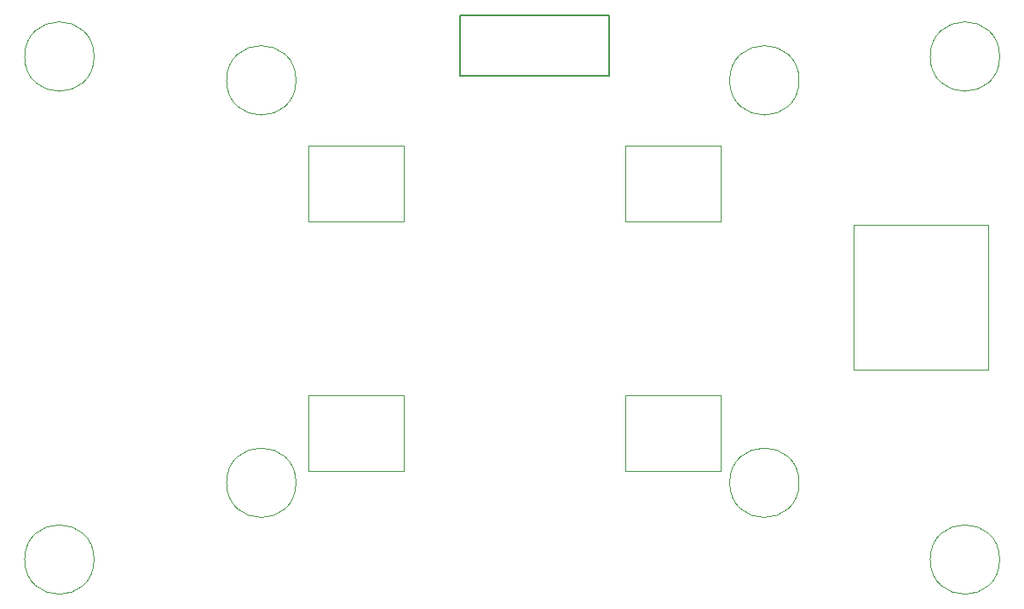
<source format=gbr>
%TF.GenerationSoftware,KiCad,Pcbnew,8.0.6*%
%TF.CreationDate,2025-07-22T18:05:31-04:00*%
%TF.ProjectId,receiver,72656365-6976-4657-922e-6b696361645f,rev?*%
%TF.SameCoordinates,Original*%
%TF.FileFunction,Other,User*%
%FSLAX46Y46*%
G04 Gerber Fmt 4.6, Leading zero omitted, Abs format (unit mm)*
G04 Created by KiCad (PCBNEW 8.0.6) date 2025-07-22 18:05:31*
%MOMM*%
%LPD*%
G01*
G04 APERTURE LIST*
%ADD10C,0.050000*%
%ADD11C,0.152400*%
G04 APERTURE END LIST*
D10*
%TO.C,SW2*%
X166285227Y-134597935D02*
X166535227Y-134597935D01*
X166285227Y-134847935D02*
X166285227Y-134597935D01*
X166285227Y-141847935D02*
X166285227Y-134847935D01*
X166285227Y-141847935D02*
X166285227Y-142097935D01*
X166285227Y-142097935D02*
X166535227Y-142097935D01*
X166535227Y-134597935D02*
X175535227Y-134597935D01*
X175535227Y-134597935D02*
X175785227Y-134597935D01*
X175535227Y-142097935D02*
X166535227Y-142097935D01*
X175535227Y-142097935D02*
X175785227Y-142097935D01*
X175785227Y-134597935D02*
X175785227Y-134847935D01*
X175785227Y-134847935D02*
X175785227Y-141847935D01*
X175785227Y-142097935D02*
X175785227Y-141847935D01*
%TO.C,HOLES2*%
X133543609Y-103260373D02*
G75*
G02*
X126643609Y-103260373I-3450000J0D01*
G01*
X126643609Y-103260373D02*
G75*
G02*
X133543609Y-103260373I3450000J0D01*
G01*
X133543609Y-143260373D02*
G75*
G02*
X126643609Y-143260373I-3450000J0D01*
G01*
X126643609Y-143260373D02*
G75*
G02*
X133543609Y-143260373I3450000J0D01*
G01*
X183543609Y-103260373D02*
G75*
G02*
X176643609Y-103260373I-3450000J0D01*
G01*
X176643609Y-103260373D02*
G75*
G02*
X183543609Y-103260373I3450000J0D01*
G01*
X183543609Y-143260373D02*
G75*
G02*
X176643609Y-143260373I-3450000J0D01*
G01*
X176643609Y-143260373D02*
G75*
G02*
X183543609Y-143260373I3450000J0D01*
G01*
%TO.C,SW4*%
X134778737Y-109786784D02*
X135028737Y-109786784D01*
X134778737Y-110036784D02*
X134778737Y-109786784D01*
X134778737Y-117036784D02*
X134778737Y-110036784D01*
X134778737Y-117036784D02*
X134778737Y-117286784D01*
X134778737Y-117286784D02*
X135028737Y-117286784D01*
X135028737Y-109786784D02*
X144028737Y-109786784D01*
X144028737Y-109786784D02*
X144278737Y-109786784D01*
X144028737Y-117286784D02*
X135028737Y-117286784D01*
X144028737Y-117286784D02*
X144278737Y-117286784D01*
X144278737Y-109786784D02*
X144278737Y-110036784D01*
X144278737Y-110036784D02*
X144278737Y-117036784D01*
X144278737Y-117286784D02*
X144278737Y-117036784D01*
%TO.C,HOLES3*%
X113475189Y-100893649D02*
G75*
G02*
X106575189Y-100893649I-3450000J0D01*
G01*
X106575189Y-100893649D02*
G75*
G02*
X113475189Y-100893649I3450000J0D01*
G01*
X113475189Y-150893649D02*
G75*
G02*
X106575189Y-150893649I-3450000J0D01*
G01*
X106575189Y-150893649D02*
G75*
G02*
X113475189Y-150893649I3450000J0D01*
G01*
X203475189Y-100893649D02*
G75*
G02*
X196575189Y-100893649I-3450000J0D01*
G01*
X196575189Y-100893649D02*
G75*
G02*
X203475189Y-100893649I3450000J0D01*
G01*
X203475189Y-150893649D02*
G75*
G02*
X196575189Y-150893649I-3450000J0D01*
G01*
X196575189Y-150893649D02*
G75*
G02*
X203475189Y-150893649I3450000J0D01*
G01*
%TO.C,SW1*%
X166285227Y-109786784D02*
X166535227Y-109786784D01*
X166285227Y-110036784D02*
X166285227Y-109786784D01*
X166285227Y-117036784D02*
X166285227Y-110036784D01*
X166285227Y-117036784D02*
X166285227Y-117286784D01*
X166285227Y-117286784D02*
X166535227Y-117286784D01*
X166535227Y-109786784D02*
X175535227Y-109786784D01*
X175535227Y-109786784D02*
X175785227Y-109786784D01*
X175535227Y-117286784D02*
X166535227Y-117286784D01*
X175535227Y-117286784D02*
X175785227Y-117286784D01*
X175785227Y-109786784D02*
X175785227Y-110036784D01*
X175785227Y-110036784D02*
X175785227Y-117036784D01*
X175785227Y-117286784D02*
X175785227Y-117036784D01*
%TO.C,RV1*%
X188999327Y-117606900D02*
X188999327Y-132006900D01*
X188999327Y-132006900D02*
X202299327Y-132006900D01*
X202299327Y-117606900D02*
X188999327Y-117606900D01*
X202299327Y-132006900D02*
X202299327Y-117606900D01*
D11*
%TO.C,IF2*%
X149877778Y-96786972D02*
X149877778Y-102806772D01*
X149877778Y-102806772D02*
X164635178Y-102806772D01*
X164635178Y-96786972D02*
X149877778Y-96786972D01*
X164635178Y-102806772D02*
X164635178Y-96786972D01*
D10*
%TO.C,SW3*%
X134778737Y-134597935D02*
X135028737Y-134597935D01*
X134778737Y-134847935D02*
X134778737Y-134597935D01*
X134778737Y-141847935D02*
X134778737Y-134847935D01*
X134778737Y-141847935D02*
X134778737Y-142097935D01*
X134778737Y-142097935D02*
X135028737Y-142097935D01*
X135028737Y-134597935D02*
X144028737Y-134597935D01*
X144028737Y-134597935D02*
X144278737Y-134597935D01*
X144028737Y-142097935D02*
X135028737Y-142097935D01*
X144028737Y-142097935D02*
X144278737Y-142097935D01*
X144278737Y-134597935D02*
X144278737Y-134847935D01*
X144278737Y-134847935D02*
X144278737Y-141847935D01*
X144278737Y-142097935D02*
X144278737Y-141847935D01*
%TD*%
M02*

</source>
